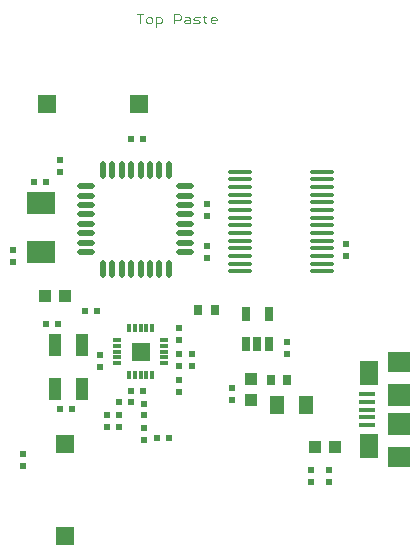
<source format=gtp>
%FSLAX44Y44*%
%MOMM*%
G71*
G01*
G75*
G04 Layer_Color=8421504*
%ADD10C,0.3810*%
%ADD11R,1.1000X1.9000*%
%ADD12R,2.4000X1.9000*%
%ADD13R,1.3500X0.4000*%
%ADD14R,1.6000X2.1000*%
%ADD15R,1.9000X1.8000*%
%ADD16R,1.9000X1.9000*%
%ADD17R,0.6900X1.2000*%
%ADD18O,2.1000X0.3500*%
%ADD19R,1.6000X1.6000*%
%ADD20R,0.8000X0.3000*%
%ADD21R,0.3000X0.8000*%
%ADD22O,0.4500X1.5000*%
%ADD23O,1.5000X0.4500*%
%ADD24R,1.5000X1.5000*%
%ADD25R,1.5000X1.5000*%
%ADD26R,0.5000X0.6000*%
%ADD27R,0.6000X0.5000*%
%ADD28R,1.1000X1.0000*%
%ADD29R,1.0000X1.1000*%
%ADD30R,1.3000X1.5000*%
%ADD31R,0.8000X0.9000*%
%ADD32C,0.2540*%
%ADD33C,0.5000*%
%ADD34C,0.3000*%
%ADD35C,0.6020*%
%ADD36C,0.6000*%
%ADD37C,1.2600*%
%ADD38C,0.6010*%
%ADD39C,0.1000*%
%ADD40C,1.5000*%
%ADD41C,2.3000*%
%ADD42R,2.2000X2.2000*%
%ADD43C,1.0000*%
%ADD44C,5.0000*%
%ADD45C,1.2700*%
%ADD46C,0.7000*%
%ADD47C,0.2500*%
%ADD48C,0.2000*%
%ADD49C,0.0500*%
%ADD50R,0.2500X1.4000*%
D11*
X75580Y178580D02*
D03*
X98580Y141580D02*
D03*
X75580D02*
D03*
X98580Y178580D02*
D03*
D12*
X64080Y298580D02*
D03*
Y257580D02*
D03*
D03*
D13*
X340254Y136952D02*
D03*
Y130452D02*
D03*
Y123952D02*
D03*
Y117452D02*
D03*
Y110952D02*
D03*
D14*
X341444Y154952D02*
D03*
Y92952D02*
D03*
D15*
X366754Y163952D02*
D03*
Y83952D02*
D03*
D16*
X366744Y135952D02*
D03*
X366754Y111952D02*
D03*
D17*
X256580Y179079D02*
D03*
X247080D02*
D03*
X237580D02*
D03*
X256580Y205080D02*
D03*
X237580D02*
D03*
D18*
X232580Y325330D02*
D03*
Y318830D02*
D03*
Y312330D02*
D03*
Y305830D02*
D03*
Y299330D02*
D03*
Y292830D02*
D03*
Y286330D02*
D03*
Y279830D02*
D03*
Y273330D02*
D03*
Y266830D02*
D03*
Y260330D02*
D03*
Y253830D02*
D03*
Y247330D02*
D03*
Y240830D02*
D03*
X301580Y325330D02*
D03*
Y318830D02*
D03*
Y312330D02*
D03*
Y305830D02*
D03*
Y299330D02*
D03*
Y292830D02*
D03*
Y286330D02*
D03*
Y279830D02*
D03*
Y273330D02*
D03*
Y266830D02*
D03*
Y260330D02*
D03*
Y253830D02*
D03*
Y247330D02*
D03*
Y240830D02*
D03*
D19*
X148080Y173080D02*
D03*
D20*
X128580Y183080D02*
D03*
X167580Y163080D02*
D03*
Y168080D02*
D03*
Y173080D02*
D03*
Y178080D02*
D03*
Y183080D02*
D03*
X128580D02*
D03*
Y178080D02*
D03*
Y173080D02*
D03*
Y168080D02*
D03*
Y163080D02*
D03*
D21*
X138080Y153580D02*
D03*
X143080D02*
D03*
X148080D02*
D03*
X153080D02*
D03*
X158080D02*
D03*
Y192580D02*
D03*
X153080D02*
D03*
X148080D02*
D03*
X143080D02*
D03*
X138080D02*
D03*
D22*
X172080Y327080D02*
D03*
X164080D02*
D03*
X156080D02*
D03*
X148080D02*
D03*
X140080D02*
D03*
X132080D02*
D03*
X124080D02*
D03*
X116080D02*
D03*
X172080Y243080D02*
D03*
X164080D02*
D03*
X156080D02*
D03*
X148080D02*
D03*
X140080D02*
D03*
X132080D02*
D03*
X124080D02*
D03*
X116080D02*
D03*
D23*
X102080Y289080D02*
D03*
Y297080D02*
D03*
Y265080D02*
D03*
Y257080D02*
D03*
Y273080D02*
D03*
Y281080D02*
D03*
Y305080D02*
D03*
Y313080D02*
D03*
X186080D02*
D03*
Y305080D02*
D03*
Y289080D02*
D03*
Y297080D02*
D03*
Y265080D02*
D03*
Y257080D02*
D03*
Y273080D02*
D03*
Y281080D02*
D03*
D24*
X84000Y17000D02*
D03*
Y95000D02*
D03*
D25*
X69000Y382540D02*
D03*
X147000D02*
D03*
D26*
X48260Y86280D02*
D03*
Y76280D02*
D03*
X292000Y73000D02*
D03*
Y63000D02*
D03*
X308000Y73000D02*
D03*
Y63000D02*
D03*
X114080Y160080D02*
D03*
Y170080D02*
D03*
X181000Y139000D02*
D03*
Y149000D02*
D03*
X80080Y335080D02*
D03*
Y325080D02*
D03*
X151000Y119000D02*
D03*
Y129000D02*
D03*
X272000Y181000D02*
D03*
Y171000D02*
D03*
X322080Y254080D02*
D03*
Y264080D02*
D03*
X225270Y141888D02*
D03*
Y131888D02*
D03*
X120000Y109000D02*
D03*
Y119000D02*
D03*
X130000Y109000D02*
D03*
Y119000D02*
D03*
X181000Y193000D02*
D03*
Y183000D02*
D03*
X151000Y98000D02*
D03*
Y108000D02*
D03*
X181000Y161000D02*
D03*
Y171000D02*
D03*
X192000Y161000D02*
D03*
Y171000D02*
D03*
X204080Y252080D02*
D03*
Y262080D02*
D03*
X40080Y249080D02*
D03*
Y259080D02*
D03*
X204080Y298080D02*
D03*
Y288080D02*
D03*
D27*
X101080Y207080D02*
D03*
X111080D02*
D03*
X140000Y130000D02*
D03*
X130000D02*
D03*
X150000Y140000D02*
D03*
X140000D02*
D03*
X78000Y196000D02*
D03*
X68000D02*
D03*
X172000Y100000D02*
D03*
X162000D02*
D03*
X80250Y124500D02*
D03*
X90250D02*
D03*
X58000Y317000D02*
D03*
X68000D02*
D03*
X150288Y353060D02*
D03*
X140288D02*
D03*
D28*
X312500Y92000D02*
D03*
X295500D02*
D03*
X84500Y220000D02*
D03*
X67500D02*
D03*
D29*
X241270Y132388D02*
D03*
Y149388D02*
D03*
D30*
X263500Y128000D02*
D03*
X288500D02*
D03*
D31*
X272270Y148888D02*
D03*
X258270D02*
D03*
X197000Y208000D02*
D03*
X211000D02*
D03*
D39*
X144780Y458847D02*
X150112D01*
X147446D01*
Y450850D01*
X154110D02*
X156776D01*
X158109Y452183D01*
Y454849D01*
X156776Y456182D01*
X154110D01*
X152777Y454849D01*
Y452183D01*
X154110Y450850D01*
X160775Y448184D02*
Y456182D01*
X164774D01*
X166106Y454849D01*
Y452183D01*
X164774Y450850D01*
X160775D01*
X176770D02*
Y458847D01*
X180768D01*
X182101Y457514D01*
Y454849D01*
X180768Y453516D01*
X176770D01*
X186100Y456182D02*
X188766D01*
X190099Y454849D01*
Y450850D01*
X186100D01*
X184767Y452183D01*
X186100Y453516D01*
X190099D01*
X192764Y450850D02*
X196763D01*
X198096Y452183D01*
X196763Y453516D01*
X194097D01*
X192764Y454849D01*
X194097Y456182D01*
X198096D01*
X202095Y457514D02*
Y456182D01*
X200762D01*
X203428D01*
X202095D01*
Y452183D01*
X203428Y450850D01*
X211425D02*
X208759D01*
X207426Y452183D01*
Y454849D01*
X208759Y456182D01*
X211425D01*
X212758Y454849D01*
Y453516D01*
X207426D01*
M02*

</source>
